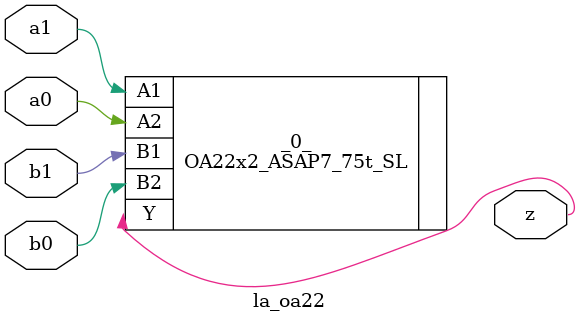
<source format=v>

/* Generated by Yosys 0.44 (git sha1 80ba43d26, g++ 11.4.0-1ubuntu1~22.04 -fPIC -O3) */

(* top =  1  *)
(* src = "generated" *)
module la_oa22 (
    a0,
    a1,
    b0,
    b1,
    z
);
  (* src = "generated" *)
  input a0;
  wire a0;
  (* src = "generated" *)
  input a1;
  wire a1;
  (* src = "generated" *)
  input b0;
  wire b0;
  (* src = "generated" *)
  input b1;
  wire b1;
  (* src = "generated" *)
  output z;
  wire z;
  OA22x2_ASAP7_75t_SL _0_ (
      .A1(a1),
      .A2(a0),
      .B1(b1),
      .B2(b0),
      .Y (z)
  );
endmodule

</source>
